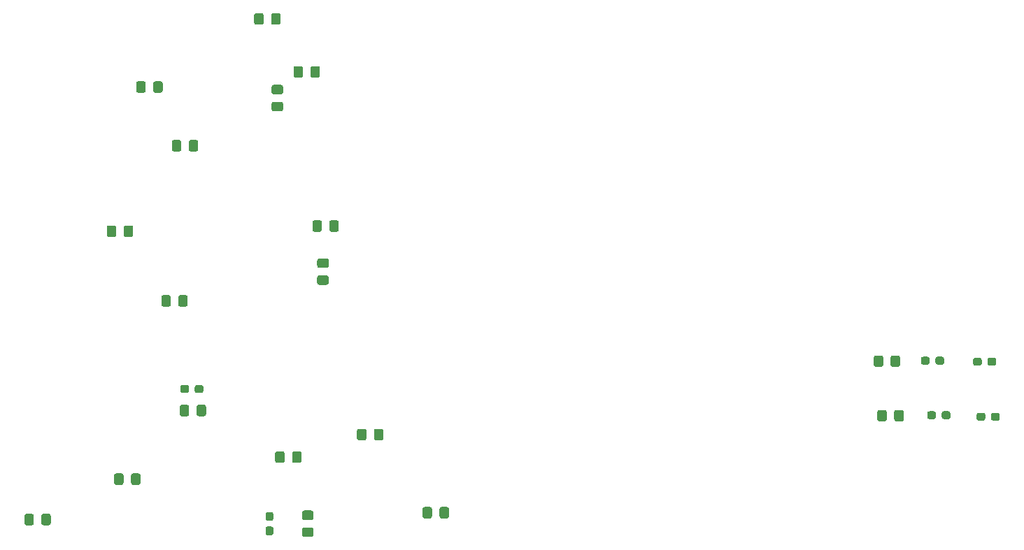
<source format=gbr>
%TF.GenerationSoftware,KiCad,Pcbnew,(5.1.6)-1*%
%TF.CreationDate,2021-10-19T11:47:46+02:00*%
%TF.ProjectId,_autosave-BaumOben,5f617574-6f73-4617-9665-2d4261756d4f,rev?*%
%TF.SameCoordinates,Original*%
%TF.FileFunction,Paste,Top*%
%TF.FilePolarity,Positive*%
%FSLAX46Y46*%
G04 Gerber Fmt 4.6, Leading zero omitted, Abs format (unit mm)*
G04 Created by KiCad (PCBNEW (5.1.6)-1) date 2021-10-19 11:47:46*
%MOMM*%
%LPD*%
G01*
G04 APERTURE LIST*
G04 APERTURE END LIST*
%TO.C,R10*%
G36*
G01*
X180463500Y-113226001D02*
X180463500Y-112325999D01*
G75*
G02*
X180713499Y-112076000I249999J0D01*
G01*
X181363501Y-112076000D01*
G75*
G02*
X181613500Y-112325999I0J-249999D01*
G01*
X181613500Y-113226001D01*
G75*
G02*
X181363501Y-113476000I-249999J0D01*
G01*
X180713499Y-113476000D01*
G75*
G02*
X180463500Y-113226001I0J249999D01*
G01*
G37*
G36*
G01*
X178413500Y-113226001D02*
X178413500Y-112325999D01*
G75*
G02*
X178663499Y-112076000I249999J0D01*
G01*
X179313501Y-112076000D01*
G75*
G02*
X179563500Y-112325999I0J-249999D01*
G01*
X179563500Y-113226001D01*
G75*
G02*
X179313501Y-113476000I-249999J0D01*
G01*
X178663499Y-113476000D01*
G75*
G02*
X178413500Y-113226001I0J249999D01*
G01*
G37*
%TD*%
%TO.C,R9*%
G36*
G01*
X180028000Y-106622001D02*
X180028000Y-105721999D01*
G75*
G02*
X180277999Y-105472000I249999J0D01*
G01*
X180928001Y-105472000D01*
G75*
G02*
X181178000Y-105721999I0J-249999D01*
G01*
X181178000Y-106622001D01*
G75*
G02*
X180928001Y-106872000I-249999J0D01*
G01*
X180277999Y-106872000D01*
G75*
G02*
X180028000Y-106622001I0J249999D01*
G01*
G37*
G36*
G01*
X177978000Y-106622001D02*
X177978000Y-105721999D01*
G75*
G02*
X178227999Y-105472000I249999J0D01*
G01*
X178878001Y-105472000D01*
G75*
G02*
X179128000Y-105721999I0J-249999D01*
G01*
X179128000Y-106622001D01*
G75*
G02*
X178878001Y-106872000I-249999J0D01*
G01*
X178227999Y-106872000D01*
G75*
G02*
X177978000Y-106622001I0J249999D01*
G01*
G37*
%TD*%
%TO.C,R8*%
G36*
G01*
X109924001Y-125407000D02*
X109023999Y-125407000D01*
G75*
G02*
X108774000Y-125157001I0J249999D01*
G01*
X108774000Y-124506999D01*
G75*
G02*
X109023999Y-124257000I249999J0D01*
G01*
X109924001Y-124257000D01*
G75*
G02*
X110174000Y-124506999I0J-249999D01*
G01*
X110174000Y-125157001D01*
G75*
G02*
X109924001Y-125407000I-249999J0D01*
G01*
G37*
G36*
G01*
X109924001Y-127457000D02*
X109023999Y-127457000D01*
G75*
G02*
X108774000Y-127207001I0J249999D01*
G01*
X108774000Y-126556999D01*
G75*
G02*
X109023999Y-126307000I249999J0D01*
G01*
X109924001Y-126307000D01*
G75*
G02*
X110174000Y-126556999I0J-249999D01*
G01*
X110174000Y-127207001D01*
G75*
G02*
X109924001Y-127457000I-249999J0D01*
G01*
G37*
%TD*%
%TO.C,R7*%
G36*
G01*
X96017500Y-112591001D02*
X96017500Y-111690999D01*
G75*
G02*
X96267499Y-111441000I249999J0D01*
G01*
X96917501Y-111441000D01*
G75*
G02*
X97167500Y-111690999I0J-249999D01*
G01*
X97167500Y-112591001D01*
G75*
G02*
X96917501Y-112841000I-249999J0D01*
G01*
X96267499Y-112841000D01*
G75*
G02*
X96017500Y-112591001I0J249999D01*
G01*
G37*
G36*
G01*
X93967500Y-112591001D02*
X93967500Y-111690999D01*
G75*
G02*
X94217499Y-111441000I249999J0D01*
G01*
X94867501Y-111441000D01*
G75*
G02*
X95117500Y-111690999I0J-249999D01*
G01*
X95117500Y-112591001D01*
G75*
G02*
X94867501Y-112841000I-249999J0D01*
G01*
X94217499Y-112841000D01*
G75*
G02*
X93967500Y-112591001I0J249999D01*
G01*
G37*
%TD*%
%TO.C,R3*%
G36*
G01*
X105340999Y-74745000D02*
X106241001Y-74745000D01*
G75*
G02*
X106491000Y-74994999I0J-249999D01*
G01*
X106491000Y-75645001D01*
G75*
G02*
X106241001Y-75895000I-249999J0D01*
G01*
X105340999Y-75895000D01*
G75*
G02*
X105091000Y-75645001I0J249999D01*
G01*
X105091000Y-74994999D01*
G75*
G02*
X105340999Y-74745000I249999J0D01*
G01*
G37*
G36*
G01*
X105340999Y-72695000D02*
X106241001Y-72695000D01*
G75*
G02*
X106491000Y-72944999I0J-249999D01*
G01*
X106491000Y-73595001D01*
G75*
G02*
X106241001Y-73845000I-249999J0D01*
G01*
X105340999Y-73845000D01*
G75*
G02*
X105091000Y-73595001I0J249999D01*
G01*
X105091000Y-72944999D01*
G75*
G02*
X105340999Y-72695000I249999J0D01*
G01*
G37*
%TD*%
%TO.C,R1*%
G36*
G01*
X110865499Y-95772500D02*
X111765501Y-95772500D01*
G75*
G02*
X112015500Y-96022499I0J-249999D01*
G01*
X112015500Y-96672501D01*
G75*
G02*
X111765501Y-96922500I-249999J0D01*
G01*
X110865499Y-96922500D01*
G75*
G02*
X110615500Y-96672501I0J249999D01*
G01*
X110615500Y-96022499D01*
G75*
G02*
X110865499Y-95772500I249999J0D01*
G01*
G37*
G36*
G01*
X110865499Y-93722500D02*
X111765501Y-93722500D01*
G75*
G02*
X112015500Y-93972499I0J-249999D01*
G01*
X112015500Y-94622501D01*
G75*
G02*
X111765501Y-94872500I-249999J0D01*
G01*
X110865499Y-94872500D01*
G75*
G02*
X110615500Y-94622501I0J249999D01*
G01*
X110615500Y-93972499D01*
G75*
G02*
X110865499Y-93722500I249999J0D01*
G01*
G37*
%TD*%
%TO.C,DY8*%
G36*
G01*
X93795000Y-99319501D02*
X93795000Y-98419499D01*
G75*
G02*
X94044999Y-98169500I249999J0D01*
G01*
X94695001Y-98169500D01*
G75*
G02*
X94945000Y-98419499I0J-249999D01*
G01*
X94945000Y-99319501D01*
G75*
G02*
X94695001Y-99569500I-249999J0D01*
G01*
X94044999Y-99569500D01*
G75*
G02*
X93795000Y-99319501I0J249999D01*
G01*
G37*
G36*
G01*
X91745000Y-99319501D02*
X91745000Y-98419499D01*
G75*
G02*
X91994999Y-98169500I249999J0D01*
G01*
X92645001Y-98169500D01*
G75*
G02*
X92895000Y-98419499I0J-249999D01*
G01*
X92895000Y-99319501D01*
G75*
G02*
X92645001Y-99569500I-249999J0D01*
G01*
X91994999Y-99569500D01*
G75*
G02*
X91745000Y-99319501I0J249999D01*
G01*
G37*
%TD*%
%TO.C,DY6*%
G36*
G01*
X109797000Y-71570001D02*
X109797000Y-70669999D01*
G75*
G02*
X110046999Y-70420000I249999J0D01*
G01*
X110697001Y-70420000D01*
G75*
G02*
X110947000Y-70669999I0J-249999D01*
G01*
X110947000Y-71570001D01*
G75*
G02*
X110697001Y-71820000I-249999J0D01*
G01*
X110046999Y-71820000D01*
G75*
G02*
X109797000Y-71570001I0J249999D01*
G01*
G37*
G36*
G01*
X107747000Y-71570001D02*
X107747000Y-70669999D01*
G75*
G02*
X107996999Y-70420000I249999J0D01*
G01*
X108647001Y-70420000D01*
G75*
G02*
X108897000Y-70669999I0J-249999D01*
G01*
X108897000Y-71570001D01*
G75*
G02*
X108647001Y-71820000I-249999J0D01*
G01*
X107996999Y-71820000D01*
G75*
G02*
X107747000Y-71570001I0J249999D01*
G01*
G37*
%TD*%
%TO.C,DY4*%
G36*
G01*
X111183000Y-89338999D02*
X111183000Y-90239001D01*
G75*
G02*
X110933001Y-90489000I-249999J0D01*
G01*
X110282999Y-90489000D01*
G75*
G02*
X110033000Y-90239001I0J249999D01*
G01*
X110033000Y-89338999D01*
G75*
G02*
X110282999Y-89089000I249999J0D01*
G01*
X110933001Y-89089000D01*
G75*
G02*
X111183000Y-89338999I0J-249999D01*
G01*
G37*
G36*
G01*
X113233000Y-89338999D02*
X113233000Y-90239001D01*
G75*
G02*
X112983001Y-90489000I-249999J0D01*
G01*
X112332999Y-90489000D01*
G75*
G02*
X112083000Y-90239001I0J249999D01*
G01*
X112083000Y-89338999D01*
G75*
G02*
X112332999Y-89089000I249999J0D01*
G01*
X112983001Y-89089000D01*
G75*
G02*
X113233000Y-89338999I0J-249999D01*
G01*
G37*
%TD*%
%TO.C,DY1*%
G36*
G01*
X88080000Y-120909501D02*
X88080000Y-120009499D01*
G75*
G02*
X88329999Y-119759500I249999J0D01*
G01*
X88980001Y-119759500D01*
G75*
G02*
X89230000Y-120009499I0J-249999D01*
G01*
X89230000Y-120909501D01*
G75*
G02*
X88980001Y-121159500I-249999J0D01*
G01*
X88329999Y-121159500D01*
G75*
G02*
X88080000Y-120909501I0J249999D01*
G01*
G37*
G36*
G01*
X86030000Y-120909501D02*
X86030000Y-120009499D01*
G75*
G02*
X86279999Y-119759500I249999J0D01*
G01*
X86930001Y-119759500D01*
G75*
G02*
X87180000Y-120009499I0J-249999D01*
G01*
X87180000Y-120909501D01*
G75*
G02*
X86930001Y-121159500I-249999J0D01*
G01*
X86279999Y-121159500D01*
G75*
G02*
X86030000Y-120909501I0J249999D01*
G01*
G37*
%TD*%
%TO.C,DR7*%
G36*
G01*
X87191000Y-90874001D02*
X87191000Y-89973999D01*
G75*
G02*
X87440999Y-89724000I249999J0D01*
G01*
X88091001Y-89724000D01*
G75*
G02*
X88341000Y-89973999I0J-249999D01*
G01*
X88341000Y-90874001D01*
G75*
G02*
X88091001Y-91124000I-249999J0D01*
G01*
X87440999Y-91124000D01*
G75*
G02*
X87191000Y-90874001I0J249999D01*
G01*
G37*
G36*
G01*
X85141000Y-90874001D02*
X85141000Y-89973999D01*
G75*
G02*
X85390999Y-89724000I249999J0D01*
G01*
X86041001Y-89724000D01*
G75*
G02*
X86291000Y-89973999I0J-249999D01*
G01*
X86291000Y-90874001D01*
G75*
G02*
X86041001Y-91124000I-249999J0D01*
G01*
X85390999Y-91124000D01*
G75*
G02*
X85141000Y-90874001I0J249999D01*
G01*
G37*
%TD*%
%TO.C,DR5*%
G36*
G01*
X117480500Y-115512001D02*
X117480500Y-114611999D01*
G75*
G02*
X117730499Y-114362000I249999J0D01*
G01*
X118380501Y-114362000D01*
G75*
G02*
X118630500Y-114611999I0J-249999D01*
G01*
X118630500Y-115512001D01*
G75*
G02*
X118380501Y-115762000I-249999J0D01*
G01*
X117730499Y-115762000D01*
G75*
G02*
X117480500Y-115512001I0J249999D01*
G01*
G37*
G36*
G01*
X115430500Y-115512001D02*
X115430500Y-114611999D01*
G75*
G02*
X115680499Y-114362000I249999J0D01*
G01*
X116330501Y-114362000D01*
G75*
G02*
X116580500Y-114611999I0J-249999D01*
G01*
X116580500Y-115512001D01*
G75*
G02*
X116330501Y-115762000I-249999J0D01*
G01*
X115680499Y-115762000D01*
G75*
G02*
X115430500Y-115512001I0J249999D01*
G01*
G37*
%TD*%
%TO.C,DR3*%
G36*
G01*
X104134500Y-64256499D02*
X104134500Y-65156501D01*
G75*
G02*
X103884501Y-65406500I-249999J0D01*
G01*
X103234499Y-65406500D01*
G75*
G02*
X102984500Y-65156501I0J249999D01*
G01*
X102984500Y-64256499D01*
G75*
G02*
X103234499Y-64006500I249999J0D01*
G01*
X103884501Y-64006500D01*
G75*
G02*
X104134500Y-64256499I0J-249999D01*
G01*
G37*
G36*
G01*
X106184500Y-64256499D02*
X106184500Y-65156501D01*
G75*
G02*
X105934501Y-65406500I-249999J0D01*
G01*
X105284499Y-65406500D01*
G75*
G02*
X105034500Y-65156501I0J249999D01*
G01*
X105034500Y-64256499D01*
G75*
G02*
X105284499Y-64006500I249999J0D01*
G01*
X105934501Y-64006500D01*
G75*
G02*
X106184500Y-64256499I0J-249999D01*
G01*
G37*
%TD*%
%TO.C,DR1*%
G36*
G01*
X77221500Y-125799001D02*
X77221500Y-124898999D01*
G75*
G02*
X77471499Y-124649000I249999J0D01*
G01*
X78121501Y-124649000D01*
G75*
G02*
X78371500Y-124898999I0J-249999D01*
G01*
X78371500Y-125799001D01*
G75*
G02*
X78121501Y-126049000I-249999J0D01*
G01*
X77471499Y-126049000D01*
G75*
G02*
X77221500Y-125799001I0J249999D01*
G01*
G37*
G36*
G01*
X75171500Y-125799001D02*
X75171500Y-124898999D01*
G75*
G02*
X75421499Y-124649000I249999J0D01*
G01*
X76071501Y-124649000D01*
G75*
G02*
X76321500Y-124898999I0J-249999D01*
G01*
X76321500Y-125799001D01*
G75*
G02*
X76071501Y-126049000I-249999J0D01*
G01*
X75421499Y-126049000D01*
G75*
G02*
X75171500Y-125799001I0J249999D01*
G01*
G37*
%TD*%
%TO.C,DG7*%
G36*
G01*
X89856000Y-72511499D02*
X89856000Y-73411501D01*
G75*
G02*
X89606001Y-73661500I-249999J0D01*
G01*
X88955999Y-73661500D01*
G75*
G02*
X88706000Y-73411501I0J249999D01*
G01*
X88706000Y-72511499D01*
G75*
G02*
X88955999Y-72261500I249999J0D01*
G01*
X89606001Y-72261500D01*
G75*
G02*
X89856000Y-72511499I0J-249999D01*
G01*
G37*
G36*
G01*
X91906000Y-72511499D02*
X91906000Y-73411501D01*
G75*
G02*
X91656001Y-73661500I-249999J0D01*
G01*
X91005999Y-73661500D01*
G75*
G02*
X90756000Y-73411501I0J249999D01*
G01*
X90756000Y-72511499D01*
G75*
G02*
X91005999Y-72261500I249999J0D01*
G01*
X91656001Y-72261500D01*
G75*
G02*
X91906000Y-72511499I0J-249999D01*
G01*
G37*
%TD*%
%TO.C,DG5*%
G36*
G01*
X125418000Y-124973501D02*
X125418000Y-124073499D01*
G75*
G02*
X125667999Y-123823500I249999J0D01*
G01*
X126318001Y-123823500D01*
G75*
G02*
X126568000Y-124073499I0J-249999D01*
G01*
X126568000Y-124973501D01*
G75*
G02*
X126318001Y-125223500I-249999J0D01*
G01*
X125667999Y-125223500D01*
G75*
G02*
X125418000Y-124973501I0J249999D01*
G01*
G37*
G36*
G01*
X123368000Y-124973501D02*
X123368000Y-124073499D01*
G75*
G02*
X123617999Y-123823500I249999J0D01*
G01*
X124268001Y-123823500D01*
G75*
G02*
X124518000Y-124073499I0J-249999D01*
G01*
X124518000Y-124973501D01*
G75*
G02*
X124268001Y-125223500I-249999J0D01*
G01*
X123617999Y-125223500D01*
G75*
G02*
X123368000Y-124973501I0J249999D01*
G01*
G37*
%TD*%
%TO.C,DG3*%
G36*
G01*
X107574500Y-118242501D02*
X107574500Y-117342499D01*
G75*
G02*
X107824499Y-117092500I249999J0D01*
G01*
X108474501Y-117092500D01*
G75*
G02*
X108724500Y-117342499I0J-249999D01*
G01*
X108724500Y-118242501D01*
G75*
G02*
X108474501Y-118492500I-249999J0D01*
G01*
X107824499Y-118492500D01*
G75*
G02*
X107574500Y-118242501I0J249999D01*
G01*
G37*
G36*
G01*
X105524500Y-118242501D02*
X105524500Y-117342499D01*
G75*
G02*
X105774499Y-117092500I249999J0D01*
G01*
X106424501Y-117092500D01*
G75*
G02*
X106674500Y-117342499I0J-249999D01*
G01*
X106674500Y-118242501D01*
G75*
G02*
X106424501Y-118492500I-249999J0D01*
G01*
X105774499Y-118492500D01*
G75*
G02*
X105524500Y-118242501I0J249999D01*
G01*
G37*
%TD*%
%TO.C,DG1*%
G36*
G01*
X95065000Y-80523501D02*
X95065000Y-79623499D01*
G75*
G02*
X95314999Y-79373500I249999J0D01*
G01*
X95965001Y-79373500D01*
G75*
G02*
X96215000Y-79623499I0J-249999D01*
G01*
X96215000Y-80523501D01*
G75*
G02*
X95965001Y-80773500I-249999J0D01*
G01*
X95314999Y-80773500D01*
G75*
G02*
X95065000Y-80523501I0J249999D01*
G01*
G37*
G36*
G01*
X93015000Y-80523501D02*
X93015000Y-79623499D01*
G75*
G02*
X93264999Y-79373500I249999J0D01*
G01*
X93915001Y-79373500D01*
G75*
G02*
X94165000Y-79623499I0J-249999D01*
G01*
X94165000Y-80523501D01*
G75*
G02*
X93915001Y-80773500I-249999J0D01*
G01*
X93264999Y-80773500D01*
G75*
G02*
X93015000Y-80523501I0J249999D01*
G01*
G37*
%TD*%
%TO.C,DB8*%
G36*
G01*
X186214500Y-112950000D02*
X186214500Y-112475000D01*
G75*
G02*
X186452000Y-112237500I237500J0D01*
G01*
X187027000Y-112237500D01*
G75*
G02*
X187264500Y-112475000I0J-237500D01*
G01*
X187264500Y-112950000D01*
G75*
G02*
X187027000Y-113187500I-237500J0D01*
G01*
X186452000Y-113187500D01*
G75*
G02*
X186214500Y-112950000I0J237500D01*
G01*
G37*
G36*
G01*
X184464500Y-112950000D02*
X184464500Y-112475000D01*
G75*
G02*
X184702000Y-112237500I237500J0D01*
G01*
X185277000Y-112237500D01*
G75*
G02*
X185514500Y-112475000I0J-237500D01*
G01*
X185514500Y-112950000D01*
G75*
G02*
X185277000Y-113187500I-237500J0D01*
G01*
X184702000Y-113187500D01*
G75*
G02*
X184464500Y-112950000I0J237500D01*
G01*
G37*
%TD*%
%TO.C,DB7*%
G36*
G01*
X192183500Y-113140500D02*
X192183500Y-112665500D01*
G75*
G02*
X192421000Y-112428000I237500J0D01*
G01*
X192996000Y-112428000D01*
G75*
G02*
X193233500Y-112665500I0J-237500D01*
G01*
X193233500Y-113140500D01*
G75*
G02*
X192996000Y-113378000I-237500J0D01*
G01*
X192421000Y-113378000D01*
G75*
G02*
X192183500Y-113140500I0J237500D01*
G01*
G37*
G36*
G01*
X190433500Y-113140500D02*
X190433500Y-112665500D01*
G75*
G02*
X190671000Y-112428000I237500J0D01*
G01*
X191246000Y-112428000D01*
G75*
G02*
X191483500Y-112665500I0J-237500D01*
G01*
X191483500Y-113140500D01*
G75*
G02*
X191246000Y-113378000I-237500J0D01*
G01*
X190671000Y-113378000D01*
G75*
G02*
X190433500Y-113140500I0J237500D01*
G01*
G37*
%TD*%
%TO.C,DB6*%
G36*
G01*
X185452500Y-106346000D02*
X185452500Y-105871000D01*
G75*
G02*
X185690000Y-105633500I237500J0D01*
G01*
X186265000Y-105633500D01*
G75*
G02*
X186502500Y-105871000I0J-237500D01*
G01*
X186502500Y-106346000D01*
G75*
G02*
X186265000Y-106583500I-237500J0D01*
G01*
X185690000Y-106583500D01*
G75*
G02*
X185452500Y-106346000I0J237500D01*
G01*
G37*
G36*
G01*
X183702500Y-106346000D02*
X183702500Y-105871000D01*
G75*
G02*
X183940000Y-105633500I237500J0D01*
G01*
X184515000Y-105633500D01*
G75*
G02*
X184752500Y-105871000I0J-237500D01*
G01*
X184752500Y-106346000D01*
G75*
G02*
X184515000Y-106583500I-237500J0D01*
G01*
X183940000Y-106583500D01*
G75*
G02*
X183702500Y-106346000I0J237500D01*
G01*
G37*
%TD*%
%TO.C,DB5*%
G36*
G01*
X191753000Y-106473000D02*
X191753000Y-105998000D01*
G75*
G02*
X191990500Y-105760500I237500J0D01*
G01*
X192565500Y-105760500D01*
G75*
G02*
X192803000Y-105998000I0J-237500D01*
G01*
X192803000Y-106473000D01*
G75*
G02*
X192565500Y-106710500I-237500J0D01*
G01*
X191990500Y-106710500D01*
G75*
G02*
X191753000Y-106473000I0J237500D01*
G01*
G37*
G36*
G01*
X190003000Y-106473000D02*
X190003000Y-105998000D01*
G75*
G02*
X190240500Y-105760500I237500J0D01*
G01*
X190815500Y-105760500D01*
G75*
G02*
X191053000Y-105998000I0J-237500D01*
G01*
X191053000Y-106473000D01*
G75*
G02*
X190815500Y-106710500I-237500J0D01*
G01*
X190240500Y-106710500D01*
G75*
G02*
X190003000Y-106473000I0J237500D01*
G01*
G37*
%TD*%
%TO.C,DB4*%
G36*
G01*
X105076000Y-125507000D02*
X104601000Y-125507000D01*
G75*
G02*
X104363500Y-125269500I0J237500D01*
G01*
X104363500Y-124694500D01*
G75*
G02*
X104601000Y-124457000I237500J0D01*
G01*
X105076000Y-124457000D01*
G75*
G02*
X105313500Y-124694500I0J-237500D01*
G01*
X105313500Y-125269500D01*
G75*
G02*
X105076000Y-125507000I-237500J0D01*
G01*
G37*
G36*
G01*
X105076000Y-127257000D02*
X104601000Y-127257000D01*
G75*
G02*
X104363500Y-127019500I0J237500D01*
G01*
X104363500Y-126444500D01*
G75*
G02*
X104601000Y-126207000I237500J0D01*
G01*
X105076000Y-126207000D01*
G75*
G02*
X105313500Y-126444500I0J-237500D01*
G01*
X105313500Y-127019500D01*
G75*
G02*
X105076000Y-127257000I-237500J0D01*
G01*
G37*
%TD*%
%TO.C,DB2*%
G36*
G01*
X95790500Y-109775000D02*
X95790500Y-109300000D01*
G75*
G02*
X96028000Y-109062500I237500J0D01*
G01*
X96603000Y-109062500D01*
G75*
G02*
X96840500Y-109300000I0J-237500D01*
G01*
X96840500Y-109775000D01*
G75*
G02*
X96603000Y-110012500I-237500J0D01*
G01*
X96028000Y-110012500D01*
G75*
G02*
X95790500Y-109775000I0J237500D01*
G01*
G37*
G36*
G01*
X94040500Y-109775000D02*
X94040500Y-109300000D01*
G75*
G02*
X94278000Y-109062500I237500J0D01*
G01*
X94853000Y-109062500D01*
G75*
G02*
X95090500Y-109300000I0J-237500D01*
G01*
X95090500Y-109775000D01*
G75*
G02*
X94853000Y-110012500I-237500J0D01*
G01*
X94278000Y-110012500D01*
G75*
G02*
X94040500Y-109775000I0J237500D01*
G01*
G37*
%TD*%
M02*

</source>
